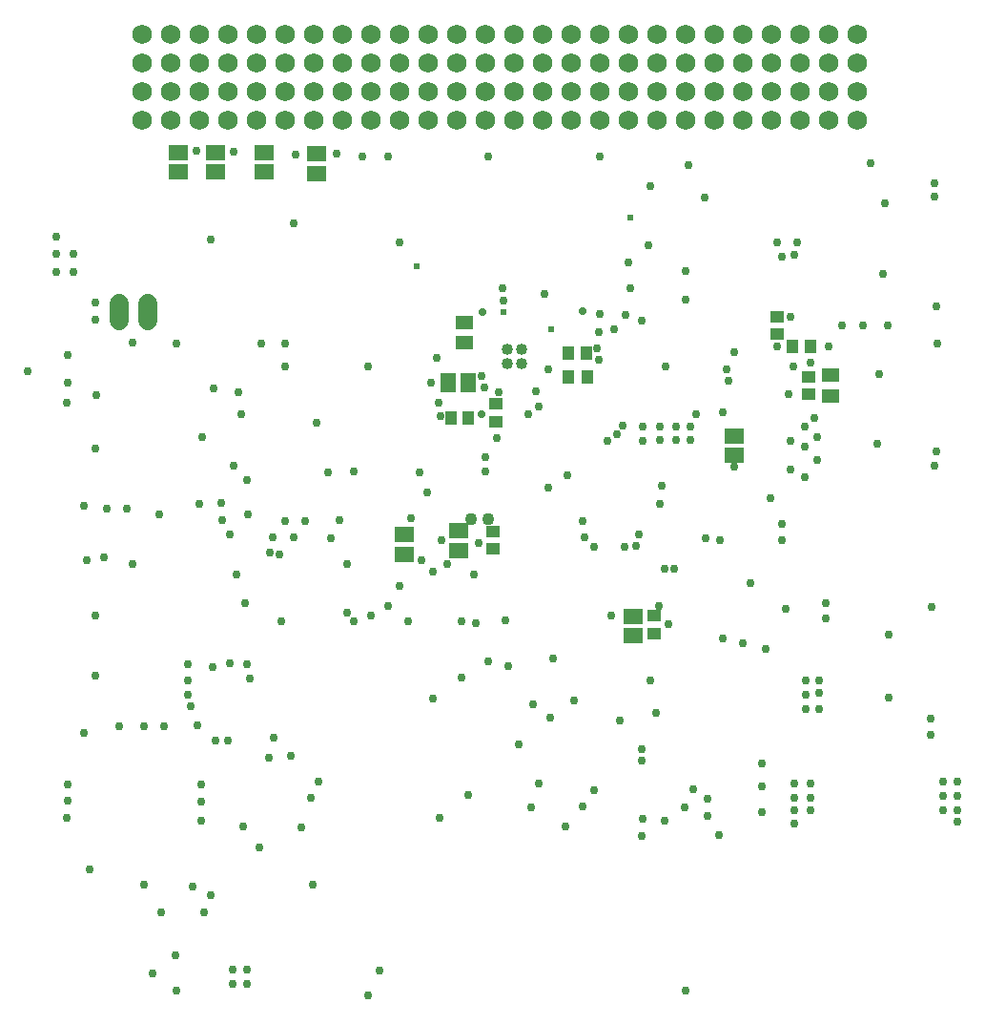
<source format=gbr>
G04 EAGLE Gerber RS-274X export*
G75*
%MOMM*%
%FSLAX34Y34*%
%LPD*%
%INSoldermask Bottom*%
%IPPOS*%
%AMOC8*
5,1,8,0,0,1.08239X$1,22.5*%
G01*
G04 Define Apertures*
%ADD10R,1.668500X1.367800*%
%ADD11R,1.367800X1.668500*%
%ADD12R,1.124100X1.173400*%
%ADD13R,1.173400X1.124100*%
%ADD14C,1.727200*%
%ADD15C,1.727200*%
%ADD16R,1.001900X1.177100*%
%ADD17R,1.623400X1.234400*%
%ADD18C,1.011200*%
%ADD19C,0.753200*%
%ADD20C,0.603200*%
%ADD21C,0.703200*%
%ADD22C,1.103200*%
D10*
X-162560Y289696D03*
X-162560Y307204D03*
X-209550Y290966D03*
X-209550Y308474D03*
X-252730Y290966D03*
X-252730Y308474D03*
X-285750Y290966D03*
X-285750Y308474D03*
D11*
X-28076Y104140D03*
X-45584Y104140D03*
D12*
X-27814Y72659D03*
X-43306Y72659D03*
D13*
X-3281Y85216D03*
X-3281Y69724D03*
D10*
X-85090Y-48124D03*
X-85090Y-30616D03*
X208280Y39506D03*
X208280Y57014D03*
D13*
X274320Y93854D03*
X274320Y109346D03*
X-6350Y-27814D03*
X-6350Y-43306D03*
D10*
X-36830Y-27444D03*
X-36830Y-44952D03*
D13*
X246380Y147194D03*
X246380Y162686D03*
D12*
X260224Y135890D03*
X275716Y135890D03*
D14*
X-317500Y337300D03*
X-317500Y362700D03*
X-292100Y337300D03*
X-292100Y362700D03*
X-266700Y337300D03*
X-266700Y362700D03*
X-241300Y337300D03*
X-241300Y362700D03*
X-215900Y337300D03*
X-215900Y362700D03*
X-190500Y337300D03*
X-190500Y362700D03*
X-165100Y337300D03*
X-165100Y362700D03*
X-139700Y337300D03*
X-139700Y362700D03*
X-114300Y337300D03*
X-114300Y362700D03*
X-88900Y337300D03*
X-88900Y362700D03*
X-63500Y337300D03*
X-63500Y362700D03*
X-38100Y337300D03*
X-38100Y362700D03*
X-12700Y337300D03*
X-12700Y362700D03*
X12700Y337300D03*
X12700Y362700D03*
X38100Y337300D03*
X38100Y362700D03*
X63500Y337300D03*
X63500Y362700D03*
X88900Y337300D03*
X88900Y362700D03*
X114300Y337300D03*
X114300Y362700D03*
X139700Y337300D03*
X139700Y362700D03*
X165100Y337300D03*
X165100Y362700D03*
X190500Y337300D03*
X190500Y362700D03*
X215900Y337300D03*
X215900Y362700D03*
X241300Y337300D03*
X241300Y362700D03*
X266700Y337300D03*
X266700Y362700D03*
X292100Y337300D03*
X292100Y362700D03*
X317500Y337300D03*
X317500Y362700D03*
X-317500Y388100D03*
X-317500Y413500D03*
X-292100Y388100D03*
X-292100Y413500D03*
X-266700Y388100D03*
X-266700Y413500D03*
X-241300Y388100D03*
X-241300Y413500D03*
X-215900Y388100D03*
X-215900Y413500D03*
X-190500Y388100D03*
X-190500Y413500D03*
X-165100Y388100D03*
X-165100Y413500D03*
X-139700Y388100D03*
X-139700Y413500D03*
X-114300Y388100D03*
X-114300Y413500D03*
X-88900Y388100D03*
X-88900Y413500D03*
X-63500Y388100D03*
X-63500Y413500D03*
X-38100Y388100D03*
X-38100Y413500D03*
X-12700Y388100D03*
X-12700Y413500D03*
X12700Y388100D03*
X12700Y413500D03*
X38100Y388100D03*
X38100Y413500D03*
X63500Y388100D03*
X63500Y413500D03*
X88900Y388100D03*
X88900Y413500D03*
X114300Y388100D03*
X114300Y413500D03*
X139700Y388100D03*
X139700Y413500D03*
X165100Y388100D03*
X165100Y413500D03*
X190500Y388100D03*
X190500Y413500D03*
X215900Y388100D03*
X215900Y413500D03*
X241300Y388100D03*
X241300Y413500D03*
X266700Y388100D03*
X266700Y413500D03*
X292100Y388100D03*
X292100Y413500D03*
X317500Y388100D03*
X317500Y413500D03*
D15*
X-312420Y173990D02*
X-312420Y158750D01*
X-337820Y158750D02*
X-337820Y173990D01*
D16*
X60758Y130600D03*
X77062Y130600D03*
D17*
X-31750Y157785D03*
X-31750Y139395D03*
X293370Y110795D03*
X293370Y92405D03*
D16*
X77462Y109410D03*
X61158Y109410D03*
D18*
X6350Y133350D03*
X19050Y133350D03*
X6350Y120650D03*
X19050Y120650D03*
D13*
X137160Y-102744D03*
X137160Y-118236D03*
D10*
X118110Y-103006D03*
X118110Y-120514D03*
D19*
X59690Y21590D03*
X-54610Y86360D03*
X31750Y96520D03*
X-2540Y54610D03*
X-19050Y-38100D03*
X-262890Y-365760D03*
X-213360Y-308610D03*
X-316230Y-341630D03*
X-256540Y-350520D03*
X165100Y203200D03*
X165100Y177800D03*
X167640Y297180D03*
X181610Y267970D03*
X-182880Y245110D03*
X-181610Y306070D03*
X-121920Y304800D03*
X-99060Y304800D03*
X132080Y226060D03*
X133350Y278130D03*
X88900Y304800D03*
X-10160Y304800D03*
X-212090Y138430D03*
X-190500Y138430D03*
X-190500Y118110D03*
X-254000Y99060D03*
X-232410Y95250D03*
X-12700Y25400D03*
X-142240Y-17780D03*
X-129540Y25400D03*
X-152400Y24130D03*
X-162560Y68580D03*
X-364490Y-327660D03*
X-265430Y-252730D03*
X-265430Y-284480D03*
X-176530Y-290830D03*
X-53340Y-281940D03*
X-161290Y-250190D03*
X-384810Y-281940D03*
X-369570Y-207010D03*
X-298450Y-200660D03*
X-369570Y-5080D03*
X-326390Y-57150D03*
X-302260Y-12700D03*
X-383540Y104140D03*
X-268680Y-200100D03*
X-226060Y-91440D03*
X-204470Y-46990D03*
X-228004Y-289560D03*
X-224790Y-416560D03*
X-237490Y-416560D03*
X-237490Y-429260D03*
X-224790Y-429260D03*
X-288290Y-403860D03*
X-300990Y-365760D03*
X382270Y-194310D03*
X382270Y-208280D03*
X383540Y-95250D03*
X289560Y-91440D03*
X289560Y-105410D03*
X303530Y154940D03*
X322580Y154940D03*
X344170Y154940D03*
X386080Y30480D03*
X387350Y43180D03*
X328930Y298450D03*
X386080Y280670D03*
X386080Y269240D03*
X388620Y138430D03*
X387350Y171450D03*
X260350Y118110D03*
X257810Y162560D03*
X292100Y135890D03*
X-52691Y74309D03*
X125730Y-220980D03*
X182880Y-34290D03*
X-167777Y-264116D03*
X34290Y-251460D03*
X-34290Y-157480D03*
X-34290Y-107950D03*
X232410Y-233680D03*
X232410Y-254000D03*
X232410Y-276860D03*
X236220Y-132080D03*
X198120Y-123190D03*
X-337820Y-200660D03*
X-316230Y-200660D03*
X-367030Y-53340D03*
X-351790Y-50800D03*
X-349250Y-7620D03*
X-383540Y128270D03*
X-384810Y86360D03*
X-331470Y-7620D03*
X149421Y-110353D03*
X257810Y52070D03*
X257810Y26670D03*
X16510Y-217170D03*
X-78740Y-16510D03*
X-21590Y-109220D03*
X198120Y77470D03*
X250190Y-35560D03*
X250190Y-21590D03*
X127000Y-283210D03*
X146050Y-284480D03*
X125730Y-231140D03*
X-135890Y-100330D03*
X-129540Y-107950D03*
X-114300Y-102870D03*
X-60960Y104140D03*
X5080Y-106680D03*
X-256540Y231140D03*
X-116840Y118110D03*
X-229870Y76200D03*
X86360Y134620D03*
X-144780Y307340D03*
X-269240Y309880D03*
X43180Y10862D03*
X125730Y-298450D03*
X-236220Y308610D03*
X2540Y187960D03*
X142240Y-3810D03*
X95250Y52070D03*
X-135890Y-57150D03*
X83820Y-257810D03*
X222250Y-73660D03*
X195580Y-35560D03*
X27940Y-273050D03*
X-205144Y-228600D03*
X-383540Y-252730D03*
X-265430Y-267970D03*
X-383540Y-266700D03*
X140970Y-93866D03*
X-359410Y-102870D03*
X-359410Y-156210D03*
X-359410Y45720D03*
X-358140Y92710D03*
X336550Y111760D03*
X335280Y49530D03*
X341630Y262890D03*
X340360Y200660D03*
X345440Y-119380D03*
X345440Y-175260D03*
X-195580Y-48260D03*
X-88900Y228600D03*
D20*
X3136Y166769D03*
X115570Y250190D03*
D19*
X39370Y182880D03*
D20*
X45720Y151130D03*
D21*
X73660Y167640D03*
D19*
X87630Y124460D03*
X147320Y118110D03*
X261620Y-251460D03*
X261620Y-264160D03*
X406400Y-262890D03*
X406400Y-250190D03*
X406400Y-275590D03*
X261620Y-275590D03*
X261620Y-287020D03*
X406400Y-285750D03*
X275590Y-251460D03*
X275590Y-264160D03*
X275590Y-275590D03*
X393700Y-250190D03*
X393700Y-262890D03*
X393700Y-275590D03*
X127000Y64770D03*
X142240Y64770D03*
X168910Y64770D03*
X173990Y76200D03*
X156210Y64770D03*
X-12700Y38100D03*
X127000Y52070D03*
X142240Y53340D03*
X156210Y53340D03*
X168910Y53340D03*
X3611Y176530D03*
X43180Y115570D03*
D21*
X-16510Y76200D03*
D19*
X-1270Y95250D03*
X25400Y76200D03*
X201220Y116280D03*
X-200660Y-210820D03*
X-185420Y-227330D03*
X103990Y58420D03*
X34290Y82550D03*
X208280Y130810D03*
X109220Y66040D03*
D20*
X-73506Y207164D03*
D21*
X-15240Y166381D03*
D19*
X88900Y165100D03*
X87630Y148590D03*
X111760Y163830D03*
X125730Y158750D03*
X114300Y210820D03*
X115570Y187960D03*
X101600Y151130D03*
X246380Y228600D03*
X264160Y228600D03*
X250190Y215900D03*
X261620Y217170D03*
X-16510Y110237D03*
X-55880Y125730D03*
X-13970Y100077D03*
X-393700Y233680D03*
X-393700Y201930D03*
X-393700Y218440D03*
X-378460Y218440D03*
X-378460Y201930D03*
X-224790Y17780D03*
X-236220Y30480D03*
X73660Y-271780D03*
X-194310Y-107950D03*
X-287020Y-435610D03*
X-419100Y114300D03*
X165100Y-435610D03*
X-59690Y-176530D03*
X58420Y-289560D03*
X254000Y-96520D03*
X-326390Y139700D03*
X-264160Y55880D03*
X46990Y-140970D03*
X-27940Y-261620D03*
X-233680Y-66040D03*
X-287020Y138430D03*
X-359410Y175260D03*
X-359410Y160020D03*
X215900Y-127000D03*
X-116840Y-439420D03*
X-106680Y-417830D03*
X-308610Y-420370D03*
X66040Y-177800D03*
X133350Y-160020D03*
X106680Y-195580D03*
X44450Y-193040D03*
X-149860Y-34290D03*
X-182880Y-33020D03*
X-201930Y-33020D03*
X-190500Y-19050D03*
X279400Y72390D03*
X270510Y64770D03*
X281940Y55880D03*
X270510Y46990D03*
X281940Y35560D03*
X-172720Y-19050D03*
X-266700Y-3810D03*
X-246380Y-17780D03*
X-223520Y-12700D03*
X-247650Y-2540D03*
X-240030Y-30480D03*
X123190Y-30480D03*
X110490Y-41910D03*
X120650Y-40640D03*
X283210Y-160020D03*
X283210Y-171450D03*
X283210Y-185420D03*
X-274320Y-182880D03*
X-276860Y-172720D03*
X-276860Y-160020D03*
X138430Y-189230D03*
X271780Y-185420D03*
X271780Y-172720D03*
X271780Y-160020D03*
X-276860Y-146050D03*
X-69854Y-53336D03*
X99060Y-102870D03*
X-273050Y-342900D03*
X-166370Y-341630D03*
X-241300Y-213360D03*
X-252730Y-213360D03*
X246380Y135890D03*
X203200Y105410D03*
X29210Y-181610D03*
D22*
X-10514Y-16898D03*
X-25400Y-16898D03*
D19*
X143510Y12700D03*
X-10160Y-143510D03*
X7664Y-147320D03*
X-46990Y-57150D03*
X-52070Y-35560D03*
X146050Y-60960D03*
X-64054Y7066D03*
X-71120Y24130D03*
X154940Y-60960D03*
X208280Y29210D03*
X275590Y121920D03*
X256540Y93980D03*
X-88900Y-76200D03*
X-22860Y-66040D03*
X73660Y-19050D03*
X74930Y-33020D03*
X83820Y-41910D03*
X-59690Y-63500D03*
X-255270Y-148590D03*
X-240030Y-144780D03*
X-224790Y-146050D03*
X-222250Y-158750D03*
X171450Y-256540D03*
X184150Y-280670D03*
X184150Y-265430D03*
X-99060Y-93980D03*
X-81280Y-107950D03*
X240030Y1270D03*
X270510Y20320D03*
X163830Y-273050D03*
X194310Y-297351D03*
M02*

</source>
